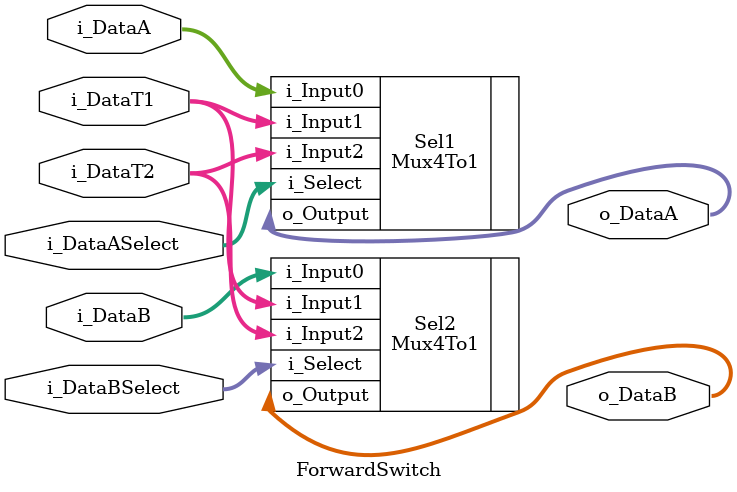
<source format=sv>
module ForwardSwitch
#(
    parameter DATA_WIDTH = 32)
(
    input  logic [DATA_WIDTH-1:0] i_DataA,
    input  logic [DATA_WIDTH-1:0] i_DataB,
    input  logic [DATA_WIDTH-1:0] i_DataT1,
    input  logic [DATA_WIDTH-1:0] i_DataT2,
    
    input [1:0]                   i_DataASelect,
    input [1:0]                   i_DataBSelect,

    output logic [DATA_WIDTH-1:0] o_DataA,
    output logic [DATA_WIDTH-1:0] o_DataB);


    // verilator lint_off PINMISSING
    Mux4To1 #(
        .WIDTH (DATA_WIDTH))
    Sel1 (
        .i_Select (i_DataASelect),
        .i_Input0 (i_DataA),
        .i_Input1 (i_DataT1),
        .i_Input2 (i_DataT2),
        .o_Output (o_DataA));
    // verilator lint_on PINMISSING

    // verilator lint_off PINMISSING
    Mux4To1 #(
        .WIDTH (DATA_WIDTH))
    Sel2 (
        .i_Select (i_DataBSelect),
        .i_Input0 (i_DataB),
        .i_Input1 (i_DataT1),
        .i_Input2 (i_DataT2),
        .o_Output (o_DataB));
    // verilator lint_on PINMISSING


endmodule
</source>
